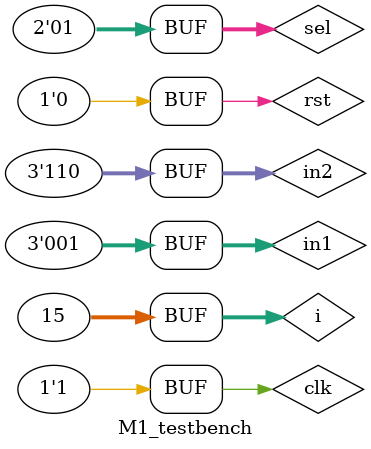
<source format=v>

module M1_testbench ();

  wire [0:6] out; // must have reg, or will give error 10137
  reg rst, clk;
  reg [1:0] sel;
  reg [2:0] in1, in2;
  
  M1 DUT(.out(out), .rst(rst), .clk(clk), .sel(sel), .in1(in1), .in2(in2));
  
  initial 
    begin
      $monitor ($time, " rst=%b, sel=%d, in1=%d, in2=%d, out=%d", rst,sel,in1,in2,out);
    end
  
  integer i;
  
  initial
    begin
      $dumpfile("M1.vcd");
      $dumpvars(1, M1_testbench);

      #0 rst=1; clk=0; in1=0; in2=7; sel=0;

      for (i = 1; i <= 14; i = i + 1)
        begin
          #25 clk <= ~clk;
          #25 rst <= (i%5==0) ? 1:0; clk <= ~clk; in1 <= in1 + 1; in2 <= in2 -1 ; sel <= sel + 1;
        end
    end
endmodule
</source>
